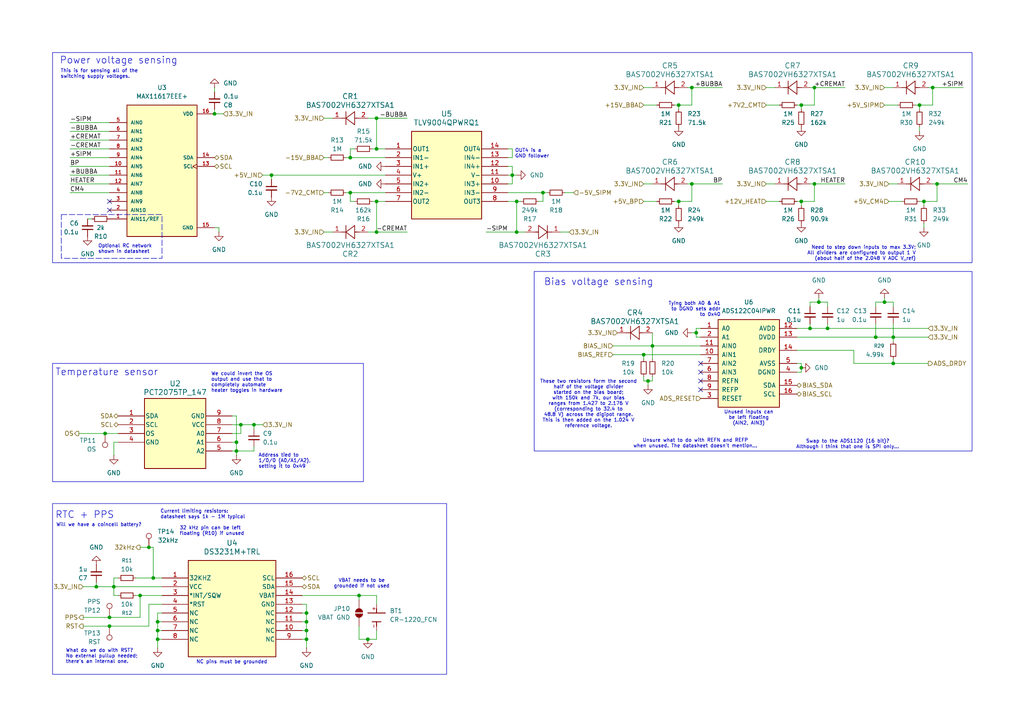
<source format=kicad_sch>
(kicad_sch (version 20250114) (generator "eeschema") (generator_version "9.0")
  (paper "A4")
  (title_block (title "I2C Hub") (date "2025-12-08") (rev "0.1"))
  (rectangle (start 15.24 146.05) (end 129.54 195.58))
  (rectangle (start 15.24 15.24) (end 281.94 76.2))
  (rectangle (start 154.94 78.74) (end 281.94 130.81))
  (rectangle (start 17.78 62.23) (end 46.99 74.93) (stroke (width 0) (type dash)))
  (rectangle (start 15.24 105.41) (end 105.41 139.7))
  (text "Bias voltage sensing" (at 157.734 83.058 0) (effects (font (size 2 2)) (justify left bottom)))
  (text "Need to step down inputs to max 3.3V;\nAll dividers are configured to output 1 V\n(about half of the 2.048 V ADC V_ref)" (at 265.684 75.692 0) (effects (font (size 1 1)) (justify right bottom)))
  (text "Optional RC network\nshown in datasheet" (at 28.448 73.66 0) (effects (font (size 1 1)) (justify left bottom)))
  (text "Unused inputs can\nbe left floating\n(AIN2, AIN3)" (at 217.17 123.444 0) (effects (font (size 1 1)) (justify bottom)))
  (text "Unsure what to do with REFN and REFP\nwhen unused. The datasheet doesn't mention..." (at 201.676 130.048 0) (effects (font (size 1 1)) (justify bottom)))
  (text "These two resistors form the second\nhalf of the voltage divider\nstarted on the bias board;\nwith 150k and 7k, our bias\nranges from 1.427 to 2.176 V\n(corresponding to 32.4 to\n48.8 V) across the digipot range.\nThis is then added on the 1.024 V\nreference voltage." (at 170.688 124.206 0) (effects (font (size 1 1)) (justify bottom)))
  (text "Tying both A0 & A1\nto DGND sets addr\nto 0x40" (at 209.042 91.948 0) (effects (font (size 1 1)) (justify right bottom)))
  (text "Will we have a coincell battery?" (at 16.256 152.908 0) (effects (font (size 1 1)) (justify left bottom)))
  (text "We could invert the OS\noutput and use that to\ncompletely automate\nheater toggles in hardware" (at 61.214 107.95 0) (effects (font (size 1 1)) (justify left top)))
  (text "32 kHz pin can be left\nfloating (R10) if unused" (at 52.07 155.448 0) (effects (font (size 1 1)) (justify left bottom)))
  (text "Current limiting resistors:\ndatasheet says 1k - 1M typical" (at 46.482 147.828 0) (effects (font (size 1 1)) (justify left top)))
  (text "RTC + PPS" (at 16.002 150.622 0) (effects (font (size 2 2)) (justify left bottom)))
  (text "NC pins must be grounded" (at 56.896 191.516 0) (effects (font (size 1 1)) (justify left top)))
  (text "Temperature sensor" (at 16.002 109.22 0) (effects (font (size 2 2)) (justify left bottom)))
  (text "Swap to the ADS1120 (16 bit)?\nAlthough I think that one is SPI only..." (at 245.872 130.302 0) (effects (font (size 1 1)) (justify bottom)))
  (text "OUT4 is a\nGND follower" (at 149.352 45.974 0) (effects (font (size 1 1)) (justify left bottom)))
  (text "Address tied to\n1/0/0 (A0/A1/A2),\nsetting it to 0x49" (at 74.93 131.572 0) (effects (font (size 1 1)) (justify left top)))
  (text "VBAT needs to be\ngrounded if not used" (at 104.902 170.688 0) (effects (font (size 1 1)) (justify bottom)))
  (text "What do we do with RST?\nNo external pullup needed;\nthere's an internal one." (at 19.05 188.214 0) (effects (font (size 1 1)) (justify left top)))
  (text "Power voltage sensing" (at 17.272 18.796 0) (effects (font (size 2 2)) (justify left bottom)))
  (text "This is for sensing all of the\nswitching supply voltages." (at 17.526 22.86 0) (effects (font (size 1 1)) (justify left bottom)))
  (junction (at 33.02 170.18))
  (junction (at 234.95 95.25))
  (junction (at 232.41 106.68))
  (junction (at 30.48 125.73))
  (junction (at 45.72 185.42))
  (junction (at 267.97 58.42))
  (junction (at 196.85 58.42))
  (junction (at 31.75 181.61))
  (junction (at 201.93 96.52))
  (junction (at 106.68 185.42))
  (junction (at 259.08 97.79))
  (junction (at 88.9 177.8))
  (junction (at 101.6 45.72))
  (junction (at 101.6 55.88))
  (junction (at 45.72 180.34))
  (junction (at 109.22 67.31))
  (junction (at 256.54 87.63))
  (junction (at 236.22 53.34))
  (junction (at 109.22 43.18))
  (junction (at 266.7 30.48))
  (junction (at 43.18 158.75))
  (junction (at 232.41 58.42))
  (junction (at 237.49 87.63))
  (junction (at 68.58 128.27))
  (junction (at 259.08 105.41))
  (junction (at 45.72 182.88))
  (junction (at 88.9 180.34))
  (junction (at 200.66 53.34))
  (junction (at 88.9 182.88))
  (junction (at 104.14 172.72))
  (junction (at 88.9 185.42))
  (junction (at 271.78 53.34))
  (junction (at 200.66 25.4))
  (junction (at 149.86 58.42))
  (junction (at 78.74 50.8))
  (junction (at 62.23 33.02))
  (junction (at 69.85 123.19))
  (junction (at 109.22 58.42))
  (junction (at 270.51 25.4))
  (junction (at 232.41 30.48))
  (junction (at 196.85 30.48))
  (junction (at 68.58 130.81))
  (junction (at 73.66 123.19))
  (junction (at 40.64 172.72))
  (junction (at 109.22 34.29))
  (junction (at 44.45 167.64))
  (junction (at 189.23 100.33))
  (junction (at 240.03 95.25))
  (junction (at 254 97.79))
  (junction (at 148.59 50.8))
  (junction (at 149.86 67.31))
  (junction (at 157.48 55.88))
  (junction (at 236.22 25.4))
  (junction (at 187.96 110.49))
  (junction (at 31.75 179.07))
  (junction (at 186.69 102.87))
  (junction (at 27.94 170.18))
  (no_connect (at 203.2 113.03))
  (no_connect (at 203.2 107.95))
  (no_connect (at 31.75 60.96))
  (no_connect (at 31.75 58.42))
  (no_connect (at 203.2 110.49))
  (no_connect (at 203.2 105.41))
  (wire (pts (xy 152.4 67.31) (xy 149.86 67.31)))
  (wire (pts (xy 232.41 58.42) (xy 231.14 58.42)))
  (wire (pts (xy 87.63 172.72) (xy 104.14 172.72)))
  (wire (pts (xy 256.54 86.36) (xy 256.54 87.63)))
  (wire (pts (xy 33.02 170.18) (xy 46.99 170.18)))
  (wire (pts (xy 166.37 55.88) (xy 163.83 55.88)))
  (wire (pts (xy 240.03 93.98) (xy 240.03 95.25)))
  (wire (pts (xy 149.86 50.8) (xy 148.59 50.8)))
  (wire (pts (xy 45.72 180.34) (xy 46.99 180.34)))
  (wire (pts (xy 257.81 58.42) (xy 261.62 58.42)))
  (wire (pts (xy 200.66 58.42) (xy 196.85 58.42)))
  (wire (pts (xy 224.79 25.4) (xy 222.25 25.4)))
  (wire (pts (xy 88.9 185.42) (xy 87.63 185.42)))
  (wire (pts (xy 140.97 67.31) (xy 149.86 67.31)))
  (wire (pts (xy 22.86 125.73) (xy 30.48 125.73)))
  (wire (pts (xy 237.49 87.63) (xy 240.03 87.63)))
  (wire (pts (xy 100.33 55.88) (xy 101.6 55.88)))
  (wire (pts (xy 147.32 48.26) (xy 148.59 48.26)))
  (wire (pts (xy 267.97 64.77) (xy 267.97 66.04)))
  (wire (pts (xy 104.14 172.72) (xy 109.22 172.72)))
  (wire (pts (xy 31.75 179.07) (xy 40.64 179.07)))
  (wire (pts (xy 87.63 180.34) (xy 88.9 180.34)))
  (wire (pts (xy 234.95 95.25) (xy 240.03 95.25)))
  (wire (pts (xy 189.23 25.4) (xy 186.69 25.4)))
  (wire (pts (xy 148.59 48.26) (xy 148.59 50.8)))
  (wire (pts (xy 259.08 105.41) (xy 269.24 105.41)))
  (wire (pts (xy 186.69 110.49) (xy 187.96 110.49)))
  (wire (pts (xy 106.68 185.42) (xy 109.22 185.42)))
  (wire (pts (xy 232.41 106.68) (xy 232.41 107.95)))
  (wire (pts (xy 186.69 102.87) (xy 203.2 102.87)))
  (wire (pts (xy 187.96 110.49) (xy 189.23 110.49)))
  (wire (pts (xy 236.22 53.34) (xy 234.95 53.34)))
  (wire (pts (xy 69.85 125.73) (xy 67.31 125.73)))
  (wire (pts (xy 104.14 185.42) (xy 106.68 185.42)))
  (wire (pts (xy 270.51 25.4) (xy 270.51 30.48)))
  (wire (pts (xy 96.52 34.29) (xy 93.98 34.29)))
  (wire (pts (xy 43.18 158.75) (xy 44.45 158.75)))
  (wire (pts (xy 45.72 185.42) (xy 46.99 185.42)))
  (wire (pts (xy 196.85 30.48) (xy 196.85 31.75)))
  (wire (pts (xy 73.66 123.19) (xy 76.2 123.19)))
  (wire (pts (xy 224.79 53.34) (xy 222.25 53.34)))
  (wire (pts (xy 256.54 87.63) (xy 259.08 87.63)))
  (wire (pts (xy 101.6 58.42) (xy 101.6 55.88)))
  (wire (pts (xy 270.51 25.4) (xy 279.4 25.4)))
  (wire (pts (xy 46.99 177.8) (xy 45.72 177.8)))
  (wire (pts (xy 20.32 40.64) (xy 31.75 40.64)))
  (wire (pts (xy 247.65 105.41) (xy 247.65 101.6)))
  (wire (pts (xy 254 97.79) (xy 259.08 97.79)))
  (wire (pts (xy 196.85 58.42) (xy 195.58 58.42)))
  (wire (pts (xy 88.9 185.42) (xy 88.9 187.96)))
  (wire (pts (xy 24.13 179.07) (xy 31.75 179.07)))
  (wire (pts (xy 236.22 58.42) (xy 232.41 58.42)))
  (wire (pts (xy 148.59 45.72) (xy 148.59 43.18)))
  (wire (pts (xy 201.93 97.79) (xy 201.93 96.52)))
  (wire (pts (xy 259.08 97.79) (xy 259.08 99.06)))
  (wire (pts (xy 20.32 55.88) (xy 31.75 55.88)))
  (wire (pts (xy 62.23 25.4) (xy 62.23 26.67)))
  (wire (pts (xy 232.41 30.48) (xy 231.14 30.48)))
  (wire (pts (xy 68.58 128.27) (xy 68.58 130.81)))
  (wire (pts (xy 200.66 53.34) (xy 209.55 53.34)))
  (wire (pts (xy 232.41 30.48) (xy 232.41 31.75)))
  (wire (pts (xy 40.64 172.72) (xy 46.99 172.72)))
  (wire (pts (xy 88.9 182.88) (xy 88.9 185.42)))
  (wire (pts (xy 73.66 130.81) (xy 68.58 130.81)))
  (wire (pts (xy 271.78 58.42) (xy 267.97 58.42)))
  (wire (pts (xy 20.32 38.1) (xy 31.75 38.1)))
  (wire (pts (xy 93.98 45.72) (xy 95.25 45.72)))
  (wire (pts (xy 78.74 50.8) (xy 111.76 50.8)))
  (wire (pts (xy 109.22 43.18) (xy 111.76 43.18)))
  (wire (pts (xy 260.35 53.34) (xy 257.81 53.34)))
  (wire (pts (xy 186.69 104.14) (xy 186.69 102.87)))
  (wire (pts (xy 201.93 96.52) (xy 200.66 96.52)))
  (wire (pts (xy 232.41 58.42) (xy 232.41 59.69)))
  (wire (pts (xy 34.29 128.27) (xy 33.02 128.27)))
  (wire (pts (xy 270.51 25.4) (xy 269.24 25.4)))
  (wire (pts (xy 266.7 36.83) (xy 266.7 38.1)))
  (wire (pts (xy 254 87.63) (xy 254 88.9)))
  (wire (pts (xy 68.58 130.81) (xy 68.58 132.08)))
  (wire (pts (xy 259.08 93.98) (xy 259.08 97.79)))
  (wire (pts (xy 240.03 87.63) (xy 240.03 88.9)))
  (wire (pts (xy 68.58 130.81) (xy 67.31 130.81)))
  (wire (pts (xy 189.23 100.33) (xy 203.2 100.33)))
  (wire (pts (xy 254 87.63) (xy 256.54 87.63)))
  (wire (pts (xy 68.58 120.65) (xy 68.58 128.27)))
  (wire (pts (xy 200.66 53.34) (xy 200.66 58.42)))
  (wire (pts (xy 67.31 123.19) (xy 69.85 123.19)))
  (wire (pts (xy 109.22 172.72) (xy 109.22 175.26)))
  (wire (pts (xy 45.72 185.42) (xy 45.72 187.96)))
  (wire (pts (xy 267.97 58.42) (xy 266.7 58.42)))
  (wire (pts (xy 147.32 43.18) (xy 148.59 43.18)))
  (wire (pts (xy 109.22 67.31) (xy 118.11 67.31)))
  (wire (pts (xy 201.93 96.52) (xy 201.93 95.25)))
  (wire (pts (xy 62.23 31.75) (xy 62.23 33.02)))
  (wire (pts (xy 87.63 175.26) (xy 88.9 175.26)))
  (wire (pts (xy 40.64 158.75) (xy 43.18 158.75)))
  (wire (pts (xy 147.32 53.34) (xy 148.59 53.34)))
  (wire (pts (xy 266.7 30.48) (xy 266.7 31.75)))
  (wire (pts (xy 96.52 67.31) (xy 93.98 67.31)))
  (wire (pts (xy 231.14 95.25) (xy 234.95 95.25)))
  (wire (pts (xy 151.13 58.42) (xy 149.86 58.42)))
  (wire (pts (xy 20.32 53.34) (xy 31.75 53.34)))
  (wire (pts (xy 104.14 173.99) (xy 104.14 172.72)))
  (wire (pts (xy 177.8 102.87) (xy 186.69 102.87)))
  (wire (pts (xy 234.95 87.63) (xy 237.49 87.63)))
  (wire (pts (xy 24.13 181.61) (xy 31.75 181.61)))
  (wire (pts (xy 200.66 25.4) (xy 199.39 25.4)))
  (wire (pts (xy 100.33 45.72) (xy 101.6 45.72)))
  (wire (pts (xy 106.68 67.31) (xy 109.22 67.31)))
  (wire (pts (xy 31.75 181.61) (xy 43.18 181.61)))
  (wire (pts (xy 101.6 43.18) (xy 102.87 43.18)))
  (wire (pts (xy 109.22 58.42) (xy 109.22 67.31)))
  (wire (pts (xy 236.22 53.34) (xy 245.11 53.34)))
  (wire (pts (xy 33.02 128.27) (xy 33.02 132.08)))
  (wire (pts (xy 200.66 25.4) (xy 200.66 30.48)))
  (wire (pts (xy 109.22 58.42) (xy 111.76 58.42)))
  (wire (pts (xy 109.22 182.88) (xy 109.22 185.42)))
  (wire (pts (xy 88.9 180.34) (xy 88.9 182.88)))
  (wire (pts (xy 44.45 158.75) (xy 44.45 167.64)))
  (wire (pts (xy 234.95 93.98) (xy 234.95 95.25)))
  (wire (pts (xy 27.94 170.18) (xy 33.02 170.18)))
  (wire (pts (xy 45.72 182.88) (xy 46.99 182.88)))
  (wire (pts (xy 62.23 66.04) (xy 63.5 66.04)))
  (wire (pts (xy 24.13 170.18) (xy 27.94 170.18)))
  (wire (pts (xy 157.48 58.42) (xy 157.48 55.88)))
  (wire (pts (xy 101.6 58.42) (xy 102.87 58.42)))
  (wire (pts (xy 62.23 33.02) (xy 64.77 33.02)))
  (wire (pts (xy 104.14 181.61) (xy 104.14 185.42)))
  (wire (pts (xy 236.22 30.48) (xy 232.41 30.48)))
  (wire (pts (xy 189.23 53.34) (xy 186.69 53.34)))
  (wire (pts (xy 259.08 104.14) (xy 259.08 105.41)))
  (wire (pts (xy 45.72 177.8) (xy 45.72 180.34)))
  (wire (pts (xy 186.69 58.42) (xy 190.5 58.42)))
  (wire (pts (xy 177.8 100.33) (xy 189.23 100.33)))
  (wire (pts (xy 236.22 25.4) (xy 234.95 25.4)))
  (wire (pts (xy 203.2 95.25) (xy 201.93 95.25)))
  (wire (pts (xy 236.22 53.34) (xy 236.22 58.42)))
  (wire (pts (xy 87.63 182.88) (xy 88.9 182.88)))
  (wire (pts (xy 20.32 43.18) (xy 31.75 43.18)))
  (wire (pts (xy 157.48 55.88) (xy 147.32 55.88)))
  (wire (pts (xy 200.66 53.34) (xy 199.39 53.34)))
  (wire (pts (xy 93.98 55.88) (xy 95.25 55.88)))
  (wire (pts (xy 101.6 45.72) (xy 111.76 45.72)))
  (wire (pts (xy 107.95 58.42) (xy 109.22 58.42)))
  (wire (pts (xy 222.25 30.48) (xy 226.06 30.48)))
  (wire (pts (xy 186.69 110.49) (xy 186.69 109.22)))
  (wire (pts (xy 25.4 63.5) (xy 26.67 63.5)))
  (wire (pts (xy 73.66 129.54) (xy 73.66 130.81)))
  (wire (pts (xy 149.86 58.42) (xy 149.86 67.31)))
  (wire (pts (xy 162.56 67.31) (xy 165.1 67.31)))
  (wire (pts (xy 259.08 87.63) (xy 259.08 88.9)))
  (wire (pts (xy 148.59 50.8) (xy 148.59 53.34)))
  (wire (pts (xy 88.9 175.26) (xy 88.9 177.8)))
  (wire (pts (xy 101.6 55.88) (xy 111.76 55.88)))
  (wire (pts (xy 33.02 167.64) (xy 34.29 167.64)))
  (wire (pts (xy 69.85 123.19) (xy 73.66 123.19)))
  (wire (pts (xy 247.65 105.41) (xy 259.08 105.41)))
  (wire (pts (xy 88.9 177.8) (xy 88.9 180.34)))
  (wire (pts (xy 237.49 86.36) (xy 237.49 87.63)))
  (wire (pts (xy 231.14 105.41) (xy 232.41 105.41)))
  (wire (pts (xy 87.63 177.8) (xy 88.9 177.8)))
  (wire (pts (xy 196.85 30.48) (xy 195.58 30.48)))
  (wire (pts (xy 34.29 172.72) (xy 33.02 172.72)))
  (wire (pts (xy 271.78 53.34) (xy 271.78 58.42)))
  (wire (pts (xy 101.6 43.18) (xy 101.6 45.72)))
  (wire (pts (xy 33.02 167.64) (xy 33.02 170.18)))
  (wire (pts (xy 236.22 25.4) (xy 245.11 25.4)))
  (wire (pts (xy 76.2 50.8) (xy 78.74 50.8)))
  (wire (pts (xy 27.94 168.91) (xy 27.94 170.18)))
  (wire (pts (xy 267.97 58.42) (xy 267.97 59.69)))
  (wire (pts (xy 147.32 45.72) (xy 148.59 45.72)))
  (wire (pts (xy 231.14 97.79) (xy 254 97.79)))
  (wire (pts (xy 271.78 53.34) (xy 270.51 53.34)))
  (wire (pts (xy 78.74 50.8) (xy 78.74 52.07)))
  (wire (pts (xy 240.03 95.25) (xy 269.24 95.25)))
  (wire (pts (xy 20.32 35.56) (xy 31.75 35.56)))
  (wire (pts (xy 222.25 58.42) (xy 226.06 58.42)))
  (wire (pts (xy 43.18 181.61) (xy 43.18 175.26)))
  (wire (pts (xy 109.22 43.18) (xy 109.22 34.29)))
  (wire (pts (xy 147.32 50.8) (xy 148.59 50.8)))
  (wire (pts (xy 270.51 30.48) (xy 266.7 30.48)))
  (wire (pts (xy 73.66 124.46) (xy 73.66 123.19)))
  (wire (pts (xy 40.64 179.07) (xy 40.64 172.72)))
  (wire (pts (xy 200.66 25.4) (xy 209.55 25.4)))
  (wire (pts (xy 231.14 107.95) (xy 232.41 107.95)))
  (wire (pts (xy 187.96 110.49) (xy 187.96 111.76)))
  (wire (pts (xy 196.85 58.42) (xy 196.85 59.69)))
  (wire (pts (xy 20.32 45.72) (xy 31.75 45.72)))
  (wire (pts (xy 189.23 110.49) (xy 189.23 109.22)))
  (wire (pts (xy 266.7 30.48) (xy 265.43 30.48)))
  (wire (pts (xy 158.75 55.88) (xy 157.48 55.88)))
  (wire (pts (xy 236.22 25.4) (xy 236.22 30.48)))
  (wire (pts (xy 109.22 34.29) (xy 118.11 34.29)))
  (wire (pts (xy 30.48 125.73) (xy 34.29 125.73)))
  (wire (pts (xy 69.85 123.19) (xy 69.85 125.73)))
  (wire (pts (xy 63.5 66.04) (xy 63.5 67.31)))
  (wire (pts (xy 20.32 50.8) (xy 31.75 50.8)))
  (wire (pts (xy 39.37 172.72) (xy 40.64 172.72)))
  (wire (pts (xy 256.54 30.48) (xy 260.35 30.48)))
  (wire (pts (xy 259.08 25.4) (xy 256.54 25.4)))
  (wire (pts (xy 44.45 167.64) (xy 46.99 167.64)))
  (wire (pts (xy 271.78 53.34) (xy 280.67 53.34)))
  (wire (pts (xy 189.23 96.52) (xy 189.23 100.33)))
  (wire (pts (xy 203.2 97.79) (xy 201.93 97.79)))
  (wire (pts (xy 200.66 30.48) (xy 196.85 30.48)))
  (wire (pts (xy 106.68 34.29) (xy 109.22 34.29)))
  (wire (pts (xy 157.48 58.42) (xy 156.21 58.42)))
  (wire (pts (xy 189.23 100.33) (xy 189.23 104.14)))
  (wire (pts (xy 107.95 43.18) (xy 109.22 43.18)))
  (wire (pts (xy 45.72 180.34) (xy 45.72 182.88)))
  (wire (pts (xy 259.08 97.79) (xy 269.24 97.79)))
  (wire (pts (xy 254 93.98) (xy 254 97.79)))
  (wire (pts (xy 33.02 172.72) (xy 33.02 170.18)))
  (wire (pts (xy 43.18 175.26) (xy 46.99 175.26)))
  (wire (pts (xy 39.37 167.64) (xy 44.45 167.64)))
  (wire (pts (xy 247.65 101.6) (xy 231.14 101.6)))
  (wire (pts (xy 149.86 58.42) (xy 147.32 58.42)))
  (wire (pts (xy 234.95 87.63) (xy 234.95 88.9)))
  (wire (pts (xy 232.41 105.41) (xy 232.41 106.68)))
  (wire (pts (xy 45.72 182.88) (xy 45.72 185.42)))
  (wire (pts (xy 67.31 128.27) (xy 68.58 128.27)))
  (wire (pts (xy 67.31 120.65) (xy 68.58 120.65)))
  (wire (pts (xy 186.69 30.48) (xy 190.5 30.48)))
  (wire (pts (xy 20.32 48.26) (xy 31.75 48.26)))
  (label "BP" (at 20.32 48.26 0))
  (label "-SIPM" (at 20.32 35.56 0))
  (label "+CREMAT" (at 245.11 25.4 180))
  (label "+CREMAT" (at 20.32 40.64 0))
  (label "+BUBBA" (at 20.32 50.8 0))
  (label "HEATER" (at 245.11 53.34 180))
  (label "+BUBBA" (at 209.55 25.4 180))
  (label "-CREMAT" (at 118.11 67.31 180))
  (label "CM4" (at 280.67 53.34 180))
  (label "-BUBBA" (at 20.32 38.1 0))
  (label "+SIPM" (at 20.32 45.72 0))
  (label "+SIPM" (at 279.4 25.4 180))
  (label "-SIPM" (at 140.97 67.31 0))
  (label "HEATER" (at 20.32 53.34 0))
  (label "BP" (at 209.55 53.34 180))
  (label "-CREMAT" (at 20.32 43.18 0))
  (label "-BUBBA" (at 118.11 34.29 180))
  (label "CM4" (at 20.32 55.88 0))
  (hierarchical_label "+5V_IN" (shape input) (at 76.2 50.8 180))
  (hierarchical_label "SCL" (shape bidirectional) (at 87.63 167.64 0))
  (hierarchical_label "-7V2_CMT" (shape input) (at 93.98 55.88 180))
  (hierarchical_label "OS" (shape output) (at 22.86 125.73 180))
  (hierarchical_label "32kHz" (shape output) (at 40.64 158.75 180))
  (hierarchical_label "BIAS_REF" (shape input) (at 177.8 102.87 180))
  (hierarchical_label "+5V_CM4" (shape input) (at 257.81 58.42 180))
  (hierarchical_label "3.3V_IN" (shape input) (at 222.25 25.4 180))
  (hierarchical_label "ADS_RESET" (shape input) (at 203.2 115.57 180))
  (hierarchical_label "SDA" (shape bidirectional) (at 34.29 120.65 180))
  (hierarchical_label "3.3V_IN" (shape input) (at 257.81 53.34 180))
  (hierarchical_label "+7V2_CMT" (shape input) (at 222.25 30.48 180))
  (hierarchical_label "PPS" (shape output) (at 24.13 179.07 180))
  (hierarchical_label "-15V_BBA" (shape input) (at 93.98 45.72 180))
  (hierarchical_label "BIAS_SDA" (shape bidirectional) (at 231.14 111.76 0))
  (hierarchical_label "+5V_SIPM" (shape input) (at 256.54 30.48 180))
  (hierarchical_label "RST" (shape output) (at 24.13 181.61 180))
  (hierarchical_label "3.3V_IN" (shape input) (at 186.69 25.4 180))
  (hierarchical_label "3.3V_IN" (shape input) (at 186.69 53.34 180))
  (hierarchical_label "ADS_DRDY" (shape output) (at 269.24 105.41 0))
  (hierarchical_label "BIAS_IN" (shape input) (at 177.8 100.33 180))
  (hierarchical_label "SCL" (shape bidirectional) (at 34.29 123.19 180))
  (hierarchical_label "3.3V_IN" (shape input) (at 269.24 97.79 0))
  (hierarchical_label "SDA" (shape bidirectional) (at 62.23 45.72 0))
  (hierarchical_label "3.3V_IN" (shape input) (at 93.98 67.31 180))
  (hierarchical_label "3.3V_IN" (shape input) (at 179.07 96.52 180))
  (hierarchical_label "+15V_BBA" (shape input) (at 186.69 30.48 180))
  (hierarchical_label "3.3V_IN" (shape input) (at 222.25 53.34 180))
  (hierarchical_label "3.3V_IN" (shape input) (at 165.1 67.31 0))
  (hierarchical_label "SDA" (shape bidirectional) (at 87.63 170.18 0))
  (hierarchical_label "3.3V_IN" (shape input) (at 93.98 34.29 180))
  (hierarchical_label "3.3V_IN" (shape input) (at 64.77 33.02 0))
  (hierarchical_label "+5V_BP" (shape input) (at 186.69 58.42 180))
  (hierarchical_label "-5V_SIPM" (shape input) (at 166.37 55.88 0))
  (hierarchical_label "3.3V_IN" (shape input) (at 76.2 123.19 0))
  (hierarchical_label "3.3V_IN" (shape input) (at 24.13 170.18 180))
  (hierarchical_label "3.3V_IN" (shape input) (at 256.54 25.4 180))
  (hierarchical_label "SCL" (shape bidirectional) (at 62.23 48.26 0))
  (hierarchical_label "3.3V_IN" (shape input) (at 269.24 95.25 0))
  (hierarchical_label "+12V_HEAT" (shape input) (at 222.25 58.42 180))
  (hierarchical_label "BIAS_SCL" (shape bidirectional) (at 231.14 114.3 0))
  (symbol (lib_id "power:GND") (at 196.85 64.77 0) (mirror y) (unit 1)
    (property "Reference" "#PWR040" (effects (hide yes)))
    (property "Value" "GND" (at 196.85 69.85 0))
    (property "Description" "Power symbol creates a global label with name \"GND\" , ground" (effects (hide yes)))
  )
  (symbol (lib_id "Connector:TestPoint") (at 43.18 158.75 0) (mirror y) (unit 1)
    (property "Reference" "TP14" (at 45.72 154.1779 0) (effects (justify right)))
    (property "Value" "32kHz" (at 45.72 156.7179 0) (effects (justify right)))
    (property "Footprint" "fc-board:TestPoint_THTPad_D2.0mm_Drill1.0mm_JLCrules" (effects (hide yes)))
    (property "Description" "test point" (effects (hide yes)))
  )
  (symbol (lib_id "power:GND") (at 25.4 68.58 0) (unit 1)
    (property "Reference" "#PWR025" (effects (hide yes)))
    (property "Value" "GND" (at 25.4 73.66 0))
    (property "Description" "Power symbol creates a global label with name \"GND\" , ground" (effects (hide yes)))
  )
  (symbol (lib_id "Device:R_Small") (at 29.21 63.5 270) (unit 1)
    (property "Reference" "R10" (at 29.21 68.58 90))
    (property "Value" "2k" (at 29.21 66.04 90))
    (property "Footprint" "Resistor_SMD:R_1206_3216Metric" (effects (hide yes)))
    (property "Datasheet" "https://industrial.panasonic.com/cdbs/www-data/pdf/RDM0000/AOA0000C307.pdf" (effects (hide yes)))
    (property "Description" "ERA-8AEB202V" (effects (hide yes)))
  )
  (symbol (lib_id "Device:R_Small") (at 232.41 62.23 0) (unit 1)
    (property "Reference" "R28" (at 234.95 60.9599 0) (effects (justify left)))
    (property "Value" "90.9k" (at 234.95 63.4999 0) (effects (justify left)))
    (property "Footprint" "Resistor_SMD:R_1206_3216Metric" (effects (hide yes)))
    (property "Datasheet" "https://industrial.panasonic.com/cdbs/www-data/pdf/RDM0000/AOA0000C307.pdf" (effects (hide yes)))
    (property "Description" "ERA-8AEB9092V" (effects (hide yes)))
  )
  (symbol (lib_id "power:GND") (at 45.72 187.96 0) (unit 1)
    (property "Reference" "#PWR028" (effects (hide yes)))
    (property "Value" "GND" (at 45.72 193.04 0))
    (property "Description" "Power symbol creates a global label with name \"GND\" , ground" (effects (hide yes)))
  )
  (symbol (lib_id "Device:R_Small") (at 264.16 58.42 270) (unit 1)
    (property "Reference" "R31" (at 264.16 63.5 90))
    (property "Value" "1M" (at 264.16 60.96 90))
    (property "Footprint" "Resistor_SMD:R_1206_3216Metric" (effects (hide yes)))
    (property "Datasheet" "https://industrial.panasonic.com/cdbs/www-data/pdf/RDM0000/RDM0000C331.pdf" (effects (hide yes)))
    (property "Description" "ERA-8KEB1004V" (effects (hide yes)))
  )
  (symbol (lib_id "Device:C_Small") (at 62.23 29.21 180) (unit 1)
    (property "Reference" "C8" (at 64.77 30.4738 0) (effects (justify right)))
    (property "Value" "0.1u" (at 64.77 27.9338 0) (effects (justify right)))
    (property "Footprint" "Capacitor_SMD:C_1206_3216Metric" (effects (hide yes)))
    (property "Datasheet" "https://www.yageogroup.com/content/datasheet/asset/file/KEM_C1022_C0G_AUTO_SMD" (effects (hide yes)))
    (property "Description" "C1206C104J4GACAUTO" (effects (hide yes)))
  )
  (symbol (lib_id "fc-board:BAS7002VH6327XTSA1") (at 199.39 25.4 0) (mirror y) (unit 1)
    (property "Reference" "CR5" (at 194.31 19.05 0) (effects (font (size 1.524 1.524))))
    (property "Value" "BAS7002VH6327XTSA1" (at 194.31 21.59 0) (effects (font (size 1.524 1.524))))
    (property "Footprint" "fc-board:BAS7002VH6327XTSA1" (effects (hide yes)))
    (property "Datasheet" "https://rocelec.widen.net/view/pdf/vw1eb3pzwn/INFNS30154-1.pdf?t.download=true&u=5oefqw" (effects (hide yes)))
  )
  (symbol (lib_id "Device:C_Small") (at 25.4 66.04 0) (mirror x) (unit 1)
    (property "Reference" "C6" (at 22.86 64.7635 0) (effects (justify right)))
    (property "Value" "0.1u" (at 22.86 67.3035 0) (effects (justify right)))
    (property "Footprint" "Capacitor_SMD:C_1206_3216Metric" (effects (hide yes)))
    (property "Datasheet" "https://www.yageogroup.com/content/datasheet/asset/file/KEM_C1022_C0G_AUTO_SMD" (effects (hide yes)))
    (property "Description" "C1206C104J4GACAUTO" (effects (hide yes)))
  )
  (symbol (lib_id "fc-board:CR-1220_FCN") (at 109.22 179.07 270) (unit 1)
    (property "Reference" "BT1" (at 113.03 177.1649 90) (effects (justify left)))
    (property "Value" "CR-1220_FCN" (at 113.03 179.7049 90) (effects (justify left)))
    (property "Footprint" "fc-board:CR-1220-FCN" (effects (hide yes)))
    (property "Datasheet" "https://api.pim.na.industrial.panasonic.com/file_stream/main/fileversion/3637" (effects (hide yes)))
    (property "Description" "3V battery" (effects (hide yes)))
    (property "PARTREV" "0" (effects (hide yes)))
    (property "MANUFACTURER" "Panasonic" (effects (hide yes)))
    (property "MAXIMUM_PACKAGE_HEIGHT" "3.05mm" (effects (hide yes)))
    (property "STANDARD" "Manufacturer Recommendations" (effects (hide yes)))
  )
  (symbol (lib_id "power:GND") (at 256.54 86.36 180) (unit 1)
    (property "Reference" "#PWR046" (effects (hide yes)))
    (property "Value" "GND" (at 256.54 81.28 0))
    (property "Description" "Power symbol creates a global label with name \"GND\" , ground" (effects (hide yes)))
  )
  (symbol (lib_id "power:GND") (at 63.5 67.31 0) (unit 1)
    (property "Reference" "#PWR030" (effects (hide yes)))
    (property "Value" "GND" (at 63.5 72.39 0))
    (property "Description" "Power symbol creates a global label with name \"GND\" , ground" (effects (hide yes)))
  )
  (symbol (lib_id "Device:R_Small") (at 267.97 62.23 0) (unit 1)
    (property "Reference" "R33" (at 270.51 60.9599 0) (effects (justify left)))
    (property "Value" "249k" (at 270.51 63.4999 0) (effects (justify left)))
    (property "Footprint" "Resistor_SMD:R_1206_3216Metric" (effects (hide yes)))
    (property "Datasheet" "https://industrial.panasonic.com/cdbs/www-data/pdf/RDM0000/AOA0000C307.pdf" (effects (hide yes)))
    (property "Description" "ERA-8AEB2493V" (effects (hide yes)))
  )
  (symbol (lib_id "Device:R_Small") (at 196.85 62.23 0) (unit 1)
    (property "Reference" "R24" (at 199.39 60.9599 0) (effects (justify left)))
    (property "Value" "249k" (at 199.39 63.4999 0) (effects (justify left)))
    (property "Footprint" "Resistor_SMD:R_1206_3216Metric" (effects (hide yes)))
    (property "Datasheet" "https://industrial.panasonic.com/cdbs/www-data/pdf/RDM0000/AOA0000C307.pdf" (effects (hide yes)))
    (property "Description" "ERA-8AEB2493V" (effects (hide yes)))
  )
  (symbol (lib_id "fc-board:BAS7002VH6327XTSA1") (at 234.95 25.4 0) (mirror y) (unit 1)
    (property "Reference" "CR7" (at 229.87 19.05 0) (effects (font (size 1.524 1.524))))
    (property "Value" "BAS7002VH6327XTSA1" (at 229.87 21.59 0) (effects (font (size 1.524 1.524))))
    (property "Footprint" "fc-board:BAS7002VH6327XTSA1" (effects (hide yes)))
    (property "Datasheet" "https://rocelec.widen.net/view/pdf/vw1eb3pzwn/INFNS30154-1.pdf?t.download=true&u=5oefqw" (effects (hide yes)))
  )
  (symbol (lib_id "fc-board:BAS7002VH6327XTSA1") (at 106.68 67.31 180) (unit 1)
    (property "Reference" "CR2" (at 101.6 73.66 0) (effects (font (size 1.524 1.524))))
    (property "Value" "BAS7002VH6327XTSA1" (at 101.6 71.12 0) (effects (font (size 1.524 1.524))))
    (property "Footprint" "fc-board:BAS7002VH6327XTSA1" (effects (hide yes)))
    (property "Datasheet" "https://rocelec.widen.net/view/pdf/vw1eb3pzwn/INFNS30154-1.pdf?t.download=true&u=5oefqw" (effects (hide yes)))
  )
  (symbol (lib_id "fc-board:PCT2075TP_147") (at 34.29 120.65 0) (unit 1)
    (property "Reference" "U2" (at 50.8 111.252 0) (effects (font (size 1.524 1.524))))
    (property "Value" "PCT2075TP_147" (at 50.8 113.792 0) (effects (font (size 1.524 1.524))))
    (property "Footprint" "fc-board:PCT2075TP_147" (effects (hide yes)))
    (property "Datasheet" "https://www.nxp.com/docs/en/data-sheet/PCT2075.pdf" (effects (hide yes)))
  )
  (symbol (lib_id "Device:R_Small") (at 228.6 30.48 270) (unit 1)
    (property "Reference" "R25" (at 228.6 35.56 90))
    (property "Value" "1M" (at 228.6 33.02 90))
    (property "Footprint" "Resistor_SMD:R_1206_3216Metric" (effects (hide yes)))
    (property "Datasheet" "https://industrial.panasonic.com/cdbs/www-data/pdf/RDM0000/RDM0000C331.pdf" (effects (hide yes)))
    (property "Description" "ERA-8KEB1004V" (effects (hide yes)))
  )
  (symbol (lib_id "fc-board:ADS122C04IPWR") (at 217.17 118.11 0) (unit 1)
    (property "Reference" "U6" (at 217.17 87.63 0))
    (property "Value" "ADS122C04IPWR" (at 217.17 90.17 0))
    (property "Footprint" "fc-board:ADS122C04IPWR" (effects (hide yes)))
  )
  (symbol (lib_id "power:GND") (at 33.02 132.08 0) (unit 1)
    (property "Reference" "#PWR027" (effects (hide yes)))
    (property "Value" "GND" (at 33.02 137.16 0))
    (property "Description" "Power symbol creates a global label with name \"GND\" , ground" (effects (hide yes)))
  )
  (symbol (lib_id "fc-board:BAS7002VH6327XTSA1") (at 269.24 25.4 0) (mirror y) (unit 1)
    (property "Reference" "CR9" (at 264.16 19.05 0) (effects (font (size 1.524 1.524))))
    (property "Value" "BAS7002VH6327XTSA1" (at 264.16 21.59 0) (effects (font (size 1.524 1.524))))
    (property "Footprint" "fc-board:BAS7002VH6327XTSA1" (effects (hide yes)))
    (property "Datasheet" "https://rocelec.widen.net/view/pdf/vw1eb3pzwn/INFNS30154-1.pdf?t.download=true&u=5oefqw" (effects (hide yes)))
  )
  (symbol (lib_id "power:GND") (at 68.58 132.08 0) (unit 1)
    (property "Reference" "#PWR031" (effects (hide yes)))
    (property "Value" "GND" (at 68.58 137.16 0))
    (property "Description" "Power symbol creates a global label with name \"GND\" , ground" (effects (hide yes)))
  )
  (symbol (lib_id "Device:R_Small") (at 262.89 30.48 270) (unit 1)
    (property "Reference" "R30" (at 262.89 35.56 90))
    (property "Value" "1M" (at 262.89 33.02 90))
    (property "Footprint" "Resistor_SMD:R_1206_3216Metric" (effects (hide yes)))
    (property "Datasheet" "https://industrial.panasonic.com/cdbs/www-data/pdf/RDM0000/RDM0000C331.pdf" (effects (hide yes)))
    (property "Description" "ERA-8KEB1004V" (effects (hide yes)))
  )
  (symbol (lib_id "power:GND") (at 88.9 187.96 0) (unit 1)
    (property "Reference" "#PWR033" (effects (hide yes)))
    (property "Value" "GND" (at 88.9 193.04 0))
    (property "Description" "Power symbol creates a global label with name \"GND\" , ground" (effects (hide yes)))
  )
  (symbol (lib_id "power:GND") (at 267.97 66.04 0) (mirror y) (unit 1)
    (property "Reference" "#PWR048" (effects (hide yes)))
    (property "Value" "GND" (at 267.97 71.12 0))
    (property "Description" "Power symbol creates a global label with name \"GND\" , ground" (effects (hide yes)))
  )
  (symbol (lib_id "power:GND") (at 232.41 36.83 0) (mirror y) (unit 1)
    (property "Reference" "#PWR042" (effects (hide yes)))
    (property "Value" "GND" (at 232.41 41.91 0))
    (property "Description" "Power symbol creates a global label with name \"GND\" , ground" (effects (hide yes)))
  )
  (symbol (lib_id "Device:R_Small") (at 105.41 43.18 270) (mirror x) (unit 1)
    (property "Reference" "R15" (at 105.41 38.1 90))
    (property "Value" "71.5k" (at 105.41 40.64 90))
    (property "Footprint" "Resistor_SMD:R_1206_3216Metric" (effects (hide yes)))
    (property "Datasheet" "https://industrial.panasonic.com/cdbs/www-data/pdf/RDM0000/AOA0000C307.pdf" (effects (hide yes)))
    (property "Description" "ERA-8AEB7152V" (effects (hide yes)))
  )
  (symbol (lib_id "Device:R_Small") (at 193.04 30.48 270) (unit 1)
    (property "Reference" "R21" (at 193.04 35.56 90))
    (property "Value" "1M" (at 193.04 33.02 90))
    (property "Footprint" "Resistor_SMD:R_1206_3216Metric" (effects (hide yes)))
    (property "Datasheet" "https://industrial.panasonic.com/cdbs/www-data/pdf/RDM0000/RDM0000C331.pdf" (effects (hide yes)))
    (property "Description" "ERA-8KEB1004V" (effects (hide yes)))
  )
  (symbol (lib_id "Device:R_Small") (at 36.83 172.72 90) (unit 1)
    (property "Reference" "R12" (at 36.83 177.8 90) (effects (font (size 1.016 1.016))))
    (property "Value" "10k" (at 36.83 175.26 90))
    (property "Footprint" "Resistor_SMD:R_1206_3216Metric" (effects (hide yes)))
    (property "Datasheet" "https://industrial.panasonic.com/cdbs/www-data/pdf/RDM0000/AOA0000C307.pdf" (effects (hide yes)))
    (property "Description" "ERA-8AEB103V" (effects (hide yes)))
  )
  (symbol (lib_id "Device:C_Small") (at 259.08 91.44 0) (unit 1)
    (property "Reference" "C14" (at 261.62 90.1762 0) (effects (justify left)))
    (property "Value" "1u" (at 261.62 92.7162 0) (effects (justify left)))
    (property "Footprint" "Capacitor_SMD:C_1206_3216Metric" (effects (hide yes)))
    (property "Datasheet" "https://www.yageogroup.com/content/datasheet/asset/file/KEM_C1023_X7R_AUTO_SMD" (effects (hide yes)))
    (property "Description" "C1206C105K4RACAUTO" (effects (hide yes)))
  )
  (symbol (lib_id "Device:C_Small") (at 254 91.44 0) (mirror y) (unit 1)
    (property "Reference" "C13" (at 251.46 90.1762 0) (effects (justify left)))
    (property "Value" "0.1u" (at 251.46 92.7162 0) (effects (justify left)))
    (property "Footprint" "Capacitor_SMD:C_1206_3216Metric" (effects (hide yes)))
    (property "Datasheet" "https://www.yageogroup.com/content/datasheet/asset/file/KEM_C1022_C0G_AUTO_SMD" (effects (hide yes)))
    (property "Description" "C1206C104J4GACAUTO" (effects (hide yes)))
  )
  (symbol (lib_id "Device:R_Small") (at 259.08 101.6 0) (unit 1)
    (property "Reference" "R29" (at 256.54 100.3299 0) (effects (font (size 1.016 1.016)) (justify right)))
    (property "Value" "4.99k" (at 256.54 102.8699 0) (effects (justify right)))
    (property "Footprint" "Resistor_SMD:R_1206_3216Metric" (effects (hide yes)))
    (property "Datasheet" "https://industrial.panasonic.com/cdbs/www-data/pdf/RDM0000/AOA0000C307.pdf" (effects (hide yes)))
    (property "Description" "ERA-8AEB4991V" (effects (hide yes)))
  )
  (symbol (lib_id "Device:R_Small") (at 186.69 106.68 0) (mirror y) (unit 1)
    (property "Reference" "R19" (at 184.15 105.4099 0) (effects (justify left)))
    (property "Value" "10k" (at 184.15 107.9499 0) (effects (justify left)))
    (property "Footprint" "Resistor_SMD:R_1206_3216Metric" (effects (hide yes)))
    (property "Datasheet" "https://industrial.panasonic.com/cdbs/www-data/pdf/RDM0000/AOA0000C307.pdf" (effects (hide yes)))
    (property "Description" "ERA-8AEB103V" (effects (hide yes)))
  )
  (symbol (lib_id "Device:R_Small") (at 161.29 55.88 90) (mirror x) (unit 1)
    (property "Reference" "R18" (at 161.29 60.96 90))
    (property "Value" "1M" (at 161.29 58.42 90))
    (property "Footprint" "Resistor_SMD:R_1206_3216Metric" (effects (hide yes)))
    (property "Datasheet" "https://industrial.panasonic.com/cdbs/www-data/pdf/RDM0000/RDM0000C331.pdf" (effects (hide yes)))
    (property "Description" "ERA-8KEB1004V" (effects (hide yes)))
  )
  (symbol (lib_id "fc-board:BAS7002VH6327XTSA1") (at 234.95 53.34 0) (mirror y) (unit 1)
    (property "Reference" "CR8" (at 229.87 46.99 0) (effects (font (size 1.524 1.524))))
    (property "Value" "BAS7002VH6327XTSA1" (at 229.87 49.53 0) (effects (font (size 1.524 1.524))))
    (property "Footprint" "fc-board:BAS7002VH6327XTSA1" (effects (hide yes)))
    (property "Datasheet" "https://rocelec.widen.net/view/pdf/vw1eb3pzwn/INFNS30154-1.pdf?t.download=true&u=5oefqw" (effects (hide yes)))
  )
  (symbol (lib_id "Device:C_Small") (at 78.74 54.61 0) (mirror y) (unit 1)
    (property "Reference" "C10" (at 76.2 53.3462 0) (effects (justify left)))
    (property "Value" "0.1u" (at 76.2 55.8862 0) (effects (justify left)))
    (property "Footprint" "Capacitor_SMD:C_1206_3216Metric" (effects (hide yes)))
    (property "Datasheet" "https://www.yageogroup.com/content/datasheet/asset/file/KEM_C1022_C0G_AUTO_SMD" (effects (hide yes)))
    (property "Description" "C1206C104J4GACAUTO" (effects (hide yes)))
  )
  (symbol (lib_id "power:GND") (at 266.7 38.1 0) (mirror y) (unit 1)
    (property "Reference" "#PWR047" (effects (hide yes)))
    (property "Value" "GND" (at 266.7 43.18 0))
    (property "Description" "Power symbol creates a global label with name \"GND\" , ground" (effects (hide yes)))
  )
  (symbol (lib_id "Device:C_Small") (at 73.66 127 0) (mirror y) (unit 1)
    (property "Reference" "C9" (at 76.2 125.7362 0) (effects (justify right)))
    (property "Value" "0.1u" (at 76.2 128.2762 0) (effects (justify right)))
    (property "Footprint" "Capacitor_SMD:C_1206_3216Metric" (effects (hide yes)))
    (property "Datasheet" "https://www.yageogroup.com/content/datasheet/asset/file/KEM_C1022_C0G_AUTO_SMD" (effects (hide yes)))
    (property "Description" "C1206C104J4GACAUTO" (effects (hide yes)))
  )
  (symbol (lib_id "Device:C_Small") (at 240.03 91.44 0) (unit 1)
    (property "Reference" "C12" (at 242.57 90.1762 0) (effects (justify left)))
    (property "Value" "1u" (at 242.57 92.7162 0) (effects (justify left)))
    (property "Footprint" "Capacitor_SMD:C_1206_3216Metric" (effects (hide yes)))
    (property "Datasheet" "https://www.yageogroup.com/content/datasheet/asset/file/KEM_C1023_X7R_AUTO_SMD" (effects (hide yes)))
    (property "Description" "C1206C105K4RACAUTO" (effects (hide yes)))
  )
  (symbol (lib_id "Device:C_Small") (at 27.94 166.37 0) (mirror x) (unit 1)
    (property "Reference" "C7" (at 25.4 167.6338 0) (effects (justify right)))
    (property "Value" "1u" (at 25.4 165.0938 0) (effects (justify right)))
    (property "Footprint" "Capacitor_SMD:C_1206_3216Metric" (effects (hide yes)))
    (property "Datasheet" "https://www.yageogroup.com/content/datasheet/asset/file/KEM_C1023_X7R_AUTO_SMD" (effects (hide yes)))
    (property "Description" "C1206C105K4RACAUTO" (effects (hide yes)))
  )
  (symbol (lib_id "power:GND") (at 27.94 163.83 0) (mirror x) (unit 1)
    (property "Reference" "#PWR026" (effects (hide yes)))
    (property "Value" "GND" (at 27.94 158.75 0))
    (property "Description" "Power symbol creates a global label with name \"GND\" , ground" (effects (hide yes)))
  )
  (symbol (lib_id "Device:C_Small") (at 234.95 91.44 0) (mirror y) (unit 1)
    (property "Reference" "C11" (at 232.41 90.1762 0) (effects (justify left)))
    (property "Value" "0.1u" (at 232.41 92.7162 0) (effects (justify left)))
    (property "Footprint" "Capacitor_SMD:C_1206_3216Metric" (effects (hide yes)))
    (property "Datasheet" "https://www.yageogroup.com/content/datasheet/asset/file/KEM_C1022_C0G_AUTO_SMD" (effects (hide yes)))
    (property "Description" "C1206C104J4GACAUTO" (effects (hide yes)))
  )
  (symbol (lib_id "power:GND") (at 149.86 50.8 90) (unit 1)
    (property "Reference" "#PWR037" (effects (hide yes)))
    (property "Value" "GND" (at 153.67 50.7999 90) (effects (justify right)))
    (property "Description" "Power symbol creates a global label with name \"GND\" , ground" (effects (hide yes)))
  )
  (symbol (lib_id "Connector:TestPoint") (at 31.75 181.61 0) (mirror x) (unit 1)
    (property "Reference" "TP13" (at 29.21 183.6419 0) (effects (justify right)))
    (property "Value" "RST" (at 29.21 186.1819 0) (effects (justify right)))
    (property "Footprint" "fc-board:TestPoint_THTPad_D2.0mm_Drill1.0mm_JLCrules" (effects (hide yes)))
    (property "Description" "test point" (effects (hide yes)))
  )
  (symbol (lib_id "Device:R_Small") (at 97.79 55.88 270) (unit 1)
    (property "Reference" "R14" (at 97.79 60.96 90))
    (property "Value" "1M" (at 97.79 58.42 90))
    (property "Footprint" "Resistor_SMD:R_1206_3216Metric" (effects (hide yes)))
    (property "Datasheet" "https://industrial.panasonic.com/cdbs/www-data/pdf/RDM0000/RDM0000C331.pdf" (effects (hide yes)))
    (property "Description" "ERA-8KEB1004V" (effects (hide yes)))
  )
  (symbol (lib_id "Device:R_Small") (at 196.85 34.29 0) (unit 1)
    (property "Reference" "R23" (at 199.39 33.0199 0) (effects (justify left)))
    (property "Value" "71.5k" (at 199.39 35.5599 0) (effects (justify left)))
    (property "Footprint" "Resistor_SMD:R_1206_3216Metric" (effects (hide yes)))
    (property "Datasheet" "https://industrial.panasonic.com/cdbs/www-data/pdf/RDM0000/AOA0000C307.pdf" (effects (hide yes)))
    (property "Description" "ERA-8AEB7152V" (effects (hide yes)))
  )
  (symbol (lib_id "Device:R_Small") (at 105.41 58.42 270) (unit 1)
    (property "Reference" "R16" (at 105.41 63.5 90))
    (property "Value" "162k" (at 105.41 60.96 90))
    (property "Footprint" "Resistor_SMD:R_1206_3216Metric" (effects (hide yes)))
    (property "Datasheet" "https://industrial.panasonic.com/cdbs/www-data/pdf/RDM0000/AOA0000C307.pdf" (effects (hide yes)))
    (property "Description" "ERA-8AEB1623V" (effects (hide yes)))
  )
  (symbol (lib_id "fc-board:TLV9004QPWRQ1") (at 111.76 43.18 0) (unit 1)
    (property "Reference" "U5" (at 129.54 33.02 0) (effects (font (size 1.524 1.524))))
    (property "Value" "TLV9004QPWRQ1" (at 129.54 35.56 0) (effects (font (size 1.524 1.524))))
    (property "Footprint" "fc-board:TLV9004QPWRQ1" (effects (hide yes)))
    (property "Datasheet" "https://www.ti.com/lit/ds/symlink/tlv9004-q1.pdf?HQS=dis-dk-null-digikeymode-dsf-pf-null-wwe&ts=1758878813522" (effects (hide yes)))
  )
  (symbol (lib_id "Device:R_Small") (at 189.23 106.68 0) (unit 1)
    (property "Reference" "R20" (at 191.77 105.4099 0) (effects (justify left)))
    (property "Value" "10k" (at 191.77 107.9499 0) (effects (justify left)))
    (property "Footprint" "Resistor_SMD:R_1206_3216Metric" (effects (hide yes)))
    (property "Datasheet" "https://industrial.panasonic.com/cdbs/www-data/pdf/RDM0000/AOA0000C307.pdf" (effects (hide yes)))
    (property "Description" "ERA-8AEB103V" (effects (hide yes)))
  )
  (symbol (lib_id "Connector:TestPoint") (at 30.48 125.73 0) (mirror x) (unit 1)
    (property "Reference" "TP11" (at 27.94 127.7619 0) (effects (justify right)))
    (property "Value" "OS" (at 27.94 130.3019 0) (effects (justify right)))
    (property "Footprint" "fc-board:TestPoint_THTPad_D2.0mm_Drill1.0mm_JLCrules" (effects (hide yes)))
    (property "Description" "test point" (effects (hide yes)))
  )
  (symbol (lib_id "power:GND") (at 106.68 185.42 0) (unit 1)
    (property "Reference" "#PWR034" (effects (hide yes)))
    (property "Value" "GND" (at 106.68 190.5 0))
    (property "Description" "Power symbol creates a global label with name \"GND\" , ground" (effects (hide yes)))
  )
  (symbol (lib_id "power:GND") (at 196.85 36.83 0) (mirror y) (unit 1)
    (property "Reference" "#PWR039" (effects (hide yes)))
    (property "Value" "GND" (at 196.85 41.91 0))
    (property "Description" "Power symbol creates a global label with name \"GND\" , ground" (effects (hide yes)))
  )
  (symbol (lib_id "power:GND") (at 187.96 111.76 0) (unit 1)
    (property "Reference" "#PWR038" (effects (hide yes)))
    (property "Value" "GND" (at 187.96 116.84 0))
    (property "Description" "Power symbol creates a global label with name \"GND\" , ground" (effects (hide yes)))
  )
  (symbol (lib_id "power:GND") (at 237.49 86.36 180) (unit 1)
    (property "Reference" "#PWR045" (effects (hide yes)))
    (property "Value" "GND" (at 237.49 81.28 0))
    (property "Description" "Power symbol creates a global label with name \"GND\" , ground" (effects (hide yes)))
  )
  (symbol (lib_id "power:GND") (at 111.76 48.26 270) (unit 1)
    (property "Reference" "#PWR035" (effects (hide yes)))
    (property "Value" "GND" (at 107.95 48.2599 90) (effects (justify right)))
    (property "Description" "Power symbol creates a global label with name \"GND\" , ground" (effects (hide yes)))
  )
  (symbol (lib_id "Device:R_Small") (at 193.04 58.42 270) (unit 1)
    (property "Reference" "R22" (at 193.04 63.5 90))
    (property "Value" "1M" (at 193.04 60.96 90))
    (property "Footprint" "Resistor_SMD:R_1206_3216Metric" (effects (hide yes)))
    (property "Datasheet" "https://industrial.panasonic.com/cdbs/www-data/pdf/RDM0000/RDM0000C331.pdf" (effects (hide yes)))
    (property "Description" "ERA-8KEB1004V" (effects (hide yes)))
  )
  (symbol (lib_id "power:GND") (at 232.41 64.77 0) (mirror y) (unit 1)
    (property "Reference" "#PWR043" (effects (hide yes)))
    (property "Value" "GND" (at 232.41 69.85 0))
    (property "Description" "Power symbol creates a global label with name \"GND\" , ground" (effects (hide yes)))
  )
  (symbol (lib_id "fc-board:DS3231M+TRL") (at 46.99 167.64 0) (unit 1)
    (property "Reference" "U4" (at 67.31 157.48 0) (effects (font (size 1.524 1.524))))
    (property "Value" "DS3231M+TRL" (at 67.31 160.02 0) (effects (font (size 1.524 1.524))))
    (property "Footprint" "fc-board:DS3231M_TRL" (effects (hide yes)))
    (property "Datasheet" "https://www.analog.com/media/en/technical-documentation/data-sheets/DS3231M.pdf" (effects (hide yes)))
  )
  (symbol (lib_id "power:GND") (at 111.76 53.34 270) (unit 1)
    (property "Reference" "#PWR036" (effects (hide yes)))
    (property "Value" "GND" (at 107.95 53.3399 90) (effects (justify right)))
    (property "Description" "Power symbol creates a global label with name \"GND\" , ground" (effects (hide yes)))
  )
  (symbol (lib_id "fc-board:BAS7002VH6327XTSA1") (at 106.68 34.29 0) (mirror y) (unit 1)
    (property "Reference" "CR1" (at 101.6 27.94 0) (effects (font (size 1.524 1.524))))
    (property "Value" "BAS7002VH6327XTSA1" (at 101.6 30.48 0) (effects (font (size 1.524 1.524))))
    (property "Footprint" "fc-board:BAS7002VH6327XTSA1" (effects (hide yes)))
    (property "Datasheet" "https://rocelec.widen.net/view/pdf/vw1eb3pzwn/INFNS30154-1.pdf?t.download=true&u=5oefqw" (effects (hide yes)))
  )
  (symbol (lib_id "power:GND") (at 200.66 96.52 270) (unit 1)
    (property "Reference" "#PWR041" (effects (hide yes)))
    (property "Value" "GND" (at 196.85 96.5201 90) (effects (justify right)))
    (property "Description" "Power symbol creates a global label with name \"GND\" , ground" (effects (hide yes)))
  )
  (symbol (lib_id "fc-board:MAX11617EEE+") (at 46.99 48.26 0) (unit 1)
    (property "Reference" "U3" (at 46.99 25.4 0))
    (property "Value" "MAX11617EEE+" (at 46.99 27.94 0))
    (property "Footprint" "fc-board:MAX11617EEE+" (effects (hide yes)))
    (property "Datasheet" "https://www.analog.com/media/en/technical-documentation/data-sheets/MAX11612-MAX11617.pdf" (effects (hide yes)))
    (property "MF" "Maxim Integrated" (effects (hide yes)))
    (property "Description_1" "12 Bit Analog to Digital Converter 6, 12 Input 1 SAR 16-QSOP" (effects (hide yes)))
    (property "Package" "QSOP-16 Maxim" (effects (hide yes)))
    (property "Price" "None" (effects (hide yes)))
    (property "MP" "MAX11617EEE+" (effects (hide yes)))
    (property "Availability" "In Stock" (effects (hide yes)))
    (property "Purchase-URL" "https://pricing.snapeda.com/search/part/MAX11617EEE+/?ref=eda" (effects (hide yes)))
  )
  (symbol (lib_id "Device:R_Small") (at 266.7 34.29 0) (unit 1)
    (property "Reference" "R32" (at 269.24 33.0199 0) (effects (justify left)))
    (property "Value" "249k" (at 269.24 35.5599 0) (effects (justify left)))
    (property "Footprint" "Resistor_SMD:R_1206_3216Metric" (effects (hide yes)))
    (property "Datasheet" "https://industrial.panasonic.com/cdbs/www-data/pdf/RDM0000/AOA0000C307.pdf" (effects (hide yes)))
    (property "Description" "ERA-8AEB2493V" (effects (hide yes)))
  )
  (symbol (lib_id "Device:R_Small") (at 36.83 167.64 90) (unit 1)
    (property "Reference" "R11" (at 36.83 162.56 90) (effects (font (size 1.016 1.016))))
    (property "Value" "10k" (at 36.83 165.1 90))
    (property "Footprint" "Resistor_SMD:R_1206_3216Metric" (effects (hide yes)))
    (property "Datasheet" "https://industrial.panasonic.com/cdbs/www-data/pdf/RDM0000/AOA0000C307.pdf" (effects (hide yes)))
    (property "Description" "ERA-8AEB103V" (effects (hide yes)))
  )
  (symbol (lib_id "power:GND") (at 78.74 57.15 0) (unit 1)
    (property "Reference" "#PWR032" (effects (hide yes)))
    (property "Value" "GND" (at 78.74 62.23 0))
    (property "Description" "Power symbol creates a global label with name \"GND\" , ground" (effects (hide yes)))
  )
  (symbol (lib_id "power:GND") (at 232.41 106.68 90) (unit 1)
    (property "Reference" "#PWR044" (effects (hide yes)))
    (property "Value" "GND" (at 236.22 106.6799 90) (effects (justify right)))
    (property "Description" "Power symbol creates a global label with name \"GND\" , ground" (effects (hide yes)))
  )
  (symbol (lib_id "power:GND") (at 62.23 25.4 180) (unit 1)
    (property "Reference" "#PWR029" (effects (hide yes)))
    (property "Value" "GND" (at 64.77 24.1299 0) (effects (justify right)))
    (property "Description" "Power symbol creates a global label with name \"GND\" , ground" (effects (hide yes)))
  )
  (symbol (lib_id "Device:R_Small") (at 232.41 34.29 0) (unit 1)
    (property "Reference" "R27" (at 234.95 33.0199 0) (effects (justify left)))
    (property "Value" "162k" (at 234.95 35.5599 0) (effects (justify left)))
    (property "Footprint" "Resistor_SMD:R_1206_3216Metric" (effects (hide yes)))
    (property "Datasheet" "https://industrial.panasonic.com/cdbs/www-data/pdf/RDM0000/AOA0000C307.pdf" (effects (hide yes)))
    (property "Description" "ERA-8AEB1623V" (effects (hide yes)))
  )
  (symbol (lib_id "fc-board:BAS7002VH6327XTSA1") (at 189.23 96.52 0) (mirror y) (unit 1)
    (property "Reference" "CR4" (at 184.15 90.678 0) (effects (font (size 1.524 1.524))))
    (property "Value" "BAS7002VH6327XTSA1" (at 184.15 93.218 0) (effects (font (size 1.524 1.524))))
    (property "Footprint" "fc-board:BAS7002VH6327XTSA1" (effects (hide yes)))
    (property "Datasheet" "https://rocelec.widen.net/view/pdf/vw1eb3pzwn/INFNS30154-1.pdf?t.download=true&u=5oefqw" (effects (hide yes)))
  )
  (symbol (lib_id "Device:R_Small") (at 228.6 58.42 270) (unit 1)
    (property "Reference" "R26" (at 228.6 63.5 90))
    (property "Value" "1M" (at 228.6 60.96 90))
    (property "Footprint" "Resistor_SMD:R_1206_3216Metric" (effects (hide yes)))
    (property "Datasheet" "https://industrial.panasonic.com/cdbs/www-data/pdf/RDM0000/RDM0000C331.pdf" (effects (hide yes)))
    (property "Description" "ERA-8KEB1004V" (effects (hide yes)))
  )
  (symbol (lib_id "fc-board:BAS7002VH6327XTSA1") (at 270.51 53.34 0) (mirror y) (unit 1)
    (property "Reference" "CR10" (at 265.43 46.99 0) (effects (font (size 1.524 1.524))))
    (property "Value" "BAS7002VH6327XTSA1" (at 265.43 49.53 0) (effects (font (size 1.524 1.524))))
    (property "Footprint" "fc-board:BAS7002VH6327XTSA1" (effects (hide yes)))
    (property "Datasheet" "https://rocelec.widen.net/view/pdf/vw1eb3pzwn/INFNS30154-1.pdf?t.download=true&u=5oefqw" (effects (hide yes)))
  )
  (symbol (lib_id "fc-board:BAS7002VH6327XTSA1") (at 152.4 67.31 0) (mirror x) (unit 1)
    (property "Reference" "CR3" (at 157.48 73.66 0) (effects (font (size 1.524 1.524))))
    (property "Value" "BAS7002VH6327XTSA1" (at 157.48 71.12 0) (effects (font (size 1.524 1.524))))
    (property "Footprint" "fc-board:BAS7002VH6327XTSA1" (effects (hide yes)))
    (property "Datasheet" "https://rocelec.widen.net/view/pdf/vw1eb3pzwn/INFNS30154-1.pdf?t.download=true&u=5oefqw" (effects (hide yes)))
  )
  (symbol (lib_id "fc-board:BAS7002VH6327XTSA1") (at 199.39 53.34 0) (mirror y) (unit 1)
    (property "Reference" "CR6" (at 194.31 46.99 0) (effects (font (size 1.524 1.524))))
    (property "Value" "BAS7002VH6327XTSA1" (at 194.31 49.53 0) (effects (font (size 1.524 1.524))))
    (property "Footprint" "fc-board:BAS7002VH6327XTSA1" (effects (hide yes)))
    (property "Datasheet" "https://rocelec.widen.net/view/pdf/vw1eb3pzwn/INFNS30154-1.pdf?t.download=true&u=5oefqw" (effects (hide yes)))
  )
  (symbol (lib_id "Device:R_Small") (at 97.79 45.72 270) (mirror x) (unit 1)
    (property "Reference" "R13" (at 97.79 40.64 90))
    (property "Value" "1M" (at 97.79 43.18 90))
    (property "Footprint" "Resistor_SMD:R_1206_3216Metric" (effects (hide yes)))
    (property "Datasheet" "https://industrial.panasonic.com/cdbs/www-data/pdf/RDM0000/RDM0000C331.pdf" (effects (hide yes)))
    (property "Description" "ERA-8KEB1004V" (effects (hide yes)))
  )
  (symbol (lib_id "Device:R_Small") (at 153.67 58.42 90) (mirror x) (unit 1)
    (property "Reference" "R17" (at 153.67 63.5 90))
    (property "Value" "249k" (at 153.67 60.96 90))
    (property "Footprint" "Resistor_SMD:R_1206_3216Metric" (effects (hide yes)))
    (property "Datasheet" "https://industrial.panasonic.com/cdbs/www-data/pdf/RDM0000/AOA0000C307.pdf" (effects (hide yes)))
    (property "Description" "ERA-8AEB2493V" (effects (hide yes)))
  )
  (symbol (lib_id "Jumper:SolderJumper_2_Open") (at 104.14 177.8 270) (mirror x) (unit 1) (in_bom no)
    (property "Reference" "JP10" (at 101.6 176.5299 90) (effects (justify right)))
    (property "Value" "VBAT GND" (at 101.6 179.0699 90) (effects (justify right)))
    (property "Footprint" "Jumper:SolderJumper-2_P1.3mm_Open_Pad1.0x1.5mm" (effects (hide yes)))
    (property "Description" "Solder Jumper, 2-pole, open" (effects (hide yes)))
  )
  (symbol (lib_id "Connector:TestPoint") (at 31.75 179.07 0) (unit 1)
    (property "Reference" "TP12" (at 29.21 177.0381 0) (effects (justify right)))
    (property "Value" "PPS" (at 29.21 174.4981 0) (effects (justify right)))
    (property "Footprint" "fc-board:TestPoint_THTPad_D2.0mm_Drill1.0mm_JLCrules" (effects (hide yes)))
    (property "Description" "test point" (effects (hide yes)))
  )
)
</source>
